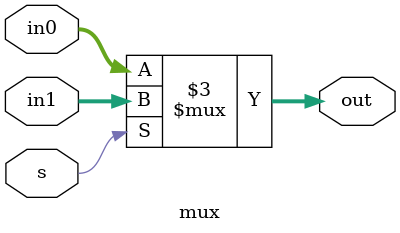
<source format=sv>
`timescale 1ns / 1ps


module mux(in0, in1, s, out); 
    input logic [15:0] in0, in1;
    input logic s;
    output logic [15:0] out;
    
    always @(in0, in1, s, out)begin   
    case (s)
      1'b0:
        begin
            out = in0;
        end
      default:
        begin
            out = in1;
        end
      endcase
   end
endmodule
</source>
